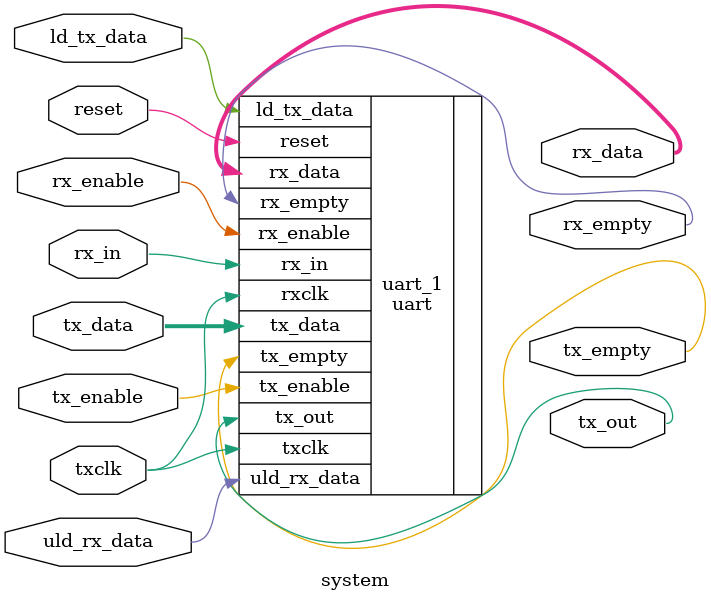
<source format=v>


/*#
# SharkBoad
# Copyright (C) 2012 Bogotá, Colombia
#
# This program is free software: you can redistribute it and/or modify
# it under the terms of the GNU General Public License as published by
# the Free Software Foundation, version 3 of the License.
#
# This program is distributed in the hope that it will be useful,
# but WITHOUT ANY WARRANTY; without even the implied warranty of
# MERCHANTABILITY or FITNESS FOR A PARTICULAR PURPOSE.  See the
# GNU General Public License for more details.
#
# You should have received a copy of the GNU General Public License
# along with this program.  If not, see <http://www.gnu.org/licenses/>.
#*/

module system
#(parameter	clk_freq	= 50000000) 
(
reset          ,
txclk          ,
ld_tx_data     ,
tx_data        ,
tx_enable      ,
tx_out         ,
tx_empty       ,
//rxclk          ,
uld_rx_data    ,
rx_data        ,
rx_enable      ,
rx_in          ,
rx_empty
);
// Port declarations
input        reset          ;
input        txclk          ;
input        ld_tx_data     ;
input  [7:0] tx_data        ;
input        tx_enable      ;
output       tx_out         ;
output       tx_empty       ;
//input        rxclk          ;
input        uld_rx_data    ;
output [7:0] rx_data        ;
input        rx_enable      ;
input        rx_in          ;
output       rx_empty       ;

/*

wire [31:0] w_ir;// Instructión register
wire [40:0] w_mir;// Vicrocode instruction register
wire [3:0]  w_psr;// Vector que contiene los Condition Codes (flags)
wire [31:0] w_data_mm,// bus que lleva datos de la Main memory al datpath
	    w_bus_a,//Bus A del datapath que sirve como address de la MM
	    w_bus_b;//Bus B del datapath en el que se envian datos a la MM
*/	  

/*Decaración demódulos*/

	//UART a probar 
	uart uart_1(
	.reset(reset)       		   ,
	.txclk(txclk)        	  	   ,
	.ld_tx_data(ld_tx_data)        ,
	.tx_data(tx_data)              ,
	.tx_enable(tx_enable)          ,
	.tx_out(tx_out)                    ,
	.tx_empty(tx_empty)            ,
	.rxclk(txclk)          		   ,
	.uld_rx_data(uld_rx_data)      ,
	.rx_data(rx_data)        	   ,
	.rx_enable(rx_enable)          ,
	.rx_in(rx_in)          		   ,
	.rx_empty(rx_empty)
	);


endmodule

</source>
